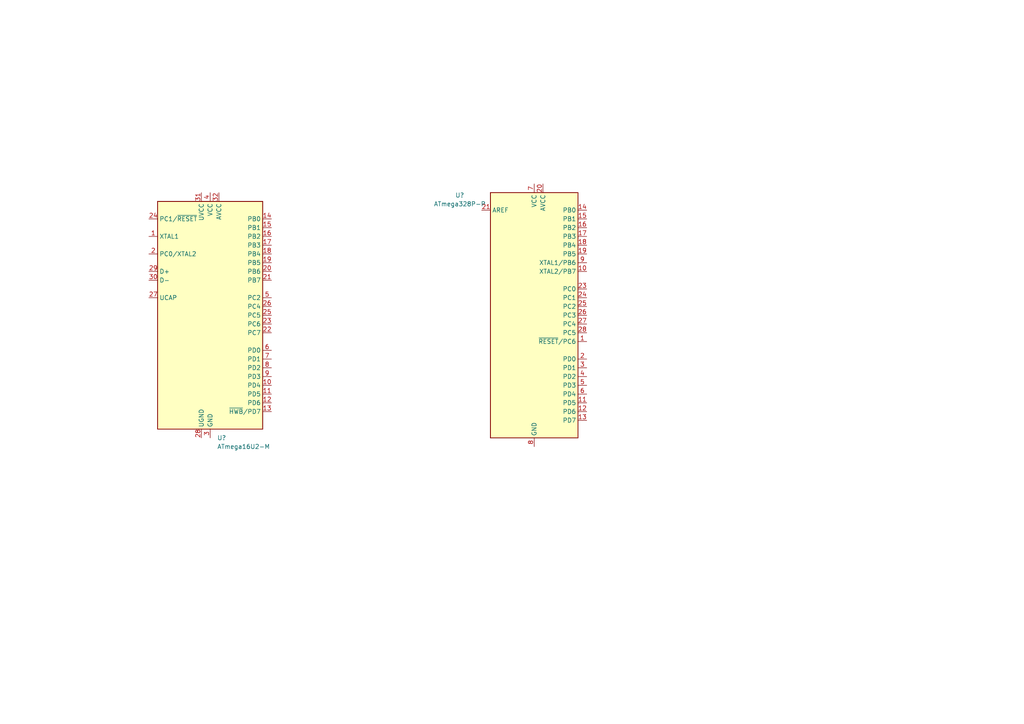
<source format=kicad_sch>
(kicad_sch (version 20211123) (generator eeschema)
  (paper "A4")
  (title_block (title "Arduino uno rev 3 clone") (date "2022-05-21") (rev "Rev 1") (company "Amrith ") (comment 1 "Arduino uno clone "))
  (lib_symbols
    (symbol "MCU_Microchip_ATmega:ATmega16U2-M"
      (property "Reference" "U" (at -15.24 34.29 0))
      (property "Value" "ATmega16U2-M" (at 2.54 -34.29 0))
      (symbol "ATmega16U2-M_0_1"
        (rectangle (start -15.24 -33.02) (end 15.24 33.02) (stroke (width 0.254)) (fill (type background)))
      )
      (symbol "ATmega16U2-M_1_1"
        (pin input line (at -17.78 22.86 0) (length 2.54) (name "XTAL1") (number "1"))
        (pin bidirectional line (at 17.78 -20.32 180) (length 2.54) (name "PD4") (number "10"))
        (pin bidirectional line (at 17.78 -22.86 180) (length 2.54) (name "PD5") (number "11"))
        (pin bidirectional line (at 17.78 -25.4 180) (length 2.54) (name "PD6") (number "12"))
        (pin bidirectional line (at 17.78 -27.94 180) (length 2.54) (name "~{HWB}/PD7") (number "13"))
        (pin bidirectional line (at 17.78 27.94 180) (length 2.54) (name "PB0") (number "14"))
        (pin bidirectional line (at 17.78 25.4 180) (length 2.54) (name "PB1") (number "15"))
        (pin bidirectional line (at 17.78 22.86 180) (length 2.54) (name "PB2") (number "16"))
        (pin bidirectional line (at 17.78 20.32 180) (length 2.54) (name "PB3") (number "17"))
        (pin bidirectional line (at 17.78 17.78 180) (length 2.54) (name "PB4") (number "18"))
        (pin bidirectional line (at 17.78 15.24 180) (length 2.54) (name "PB5") (number "19"))
        (pin bidirectional line (at -17.78 17.78 0) (length 2.54) (name "PC0/XTAL2") (number "2"))
        (pin bidirectional line (at 17.78 12.7 180) (length 2.54) (name "PB6") (number "20"))
        (pin bidirectional line (at 17.78 10.16 180) (length 2.54) (name "PB7") (number "21"))
        (pin bidirectional line (at 17.78 -5.08 180) (length 2.54) (name "PC7") (number "22"))
        (pin bidirectional line (at 17.78 -2.54 180) (length 2.54) (name "PC6") (number "23"))
        (pin bidirectional line (at -17.78 27.94 0) (length 2.54) (name "PC1/~{RESET}") (number "24"))
        (pin bidirectional line (at 17.78 0 180) (length 2.54) (name "PC5") (number "25"))
        (pin bidirectional line (at 17.78 2.54 180) (length 2.54) (name "PC4") (number "26"))
        (pin passive line (at -17.78 5.08 0) (length 2.54) (name "UCAP") (number "27"))
        (pin power_in line (at -2.54 -35.56 90) (length 2.54) (name "UGND") (number "28"))
        (pin bidirectional line (at -17.78 12.7 0) (length 2.54) (name "D+") (number "29"))
        (pin power_in line (at 0 -35.56 90) (length 2.54) (name "GND") (number "3"))
        (pin bidirectional line (at -17.78 10.16 0) (length 2.54) (name "D-") (number "30"))
        (pin power_in line (at -2.54 35.56 270) (length 2.54) (name "UVCC") (number "31"))
        (pin power_in line (at 2.54 35.56 270) (length 2.54) (name "AVCC") (number "32"))
        (pin passive line (at 0 -35.56 90) (length 2.54) hide (name "GND") (number "33"))
        (pin power_in line (at 0 35.56 270) (length 2.54) (name "VCC") (number "4"))
        (pin bidirectional line (at 17.78 5.08 180) (length 2.54) (name "PC2") (number "5"))
        (pin bidirectional line (at 17.78 -10.16 180) (length 2.54) (name "PD0") (number "6"))
        (pin bidirectional line (at 17.78 -12.7 180) (length 2.54) (name "PD1") (number "7"))
        (pin bidirectional line (at 17.78 -15.24 180) (length 2.54) (name "PD2") (number "8"))
        (pin bidirectional line (at 17.78 -17.78 180) (length 2.54) (name "PD3") (number "9"))
      )
    )
    (symbol "MCU_Microchip_ATmega:ATmega328P-P"
      (property "Reference" "U" (at -12.7 36.83 0))
      (property "Value" "ATmega328P-P" (at 2.54 -36.83 0))
      (symbol "ATmega328P-P_0_1"
        (rectangle (start -12.7 -35.56) (end 12.7 35.56) (stroke (width 0.254)) (fill (type background)))
      )
      (symbol "ATmega328P-P_1_1"
        (pin bidirectional line (at 15.24 -7.62 180) (length 2.54) (name "~{RESET}/PC6") (number "1"))
        (pin bidirectional line (at 15.24 12.7 180) (length 2.54) (name "XTAL2/PB7") (number "10"))
        (pin bidirectional line (at 15.24 -25.4 180) (length 2.54) (name "PD5") (number "11"))
        (pin bidirectional line (at 15.24 -27.94 180) (length 2.54) (name "PD6") (number "12"))
        (pin bidirectional line (at 15.24 -30.48 180) (length 2.54) (name "PD7") (number "13"))
        (pin bidirectional line (at 15.24 30.48 180) (length 2.54) (name "PB0") (number "14"))
        (pin bidirectional line (at 15.24 27.94 180) (length 2.54) (name "PB1") (number "15"))
        (pin bidirectional line (at 15.24 25.4 180) (length 2.54) (name "PB2") (number "16"))
        (pin bidirectional line (at 15.24 22.86 180) (length 2.54) (name "PB3") (number "17"))
        (pin bidirectional line (at 15.24 20.32 180) (length 2.54) (name "PB4") (number "18"))
        (pin bidirectional line (at 15.24 17.78 180) (length 2.54) (name "PB5") (number "19"))
        (pin bidirectional line (at 15.24 -12.7 180) (length 2.54) (name "PD0") (number "2"))
        (pin power_in line (at 2.54 38.1 270) (length 2.54) (name "AVCC") (number "20"))
        (pin passive line (at -15.24 30.48 0) (length 2.54) (name "AREF") (number "21"))
        (pin passive line (at 0 -38.1 90) (length 2.54) hide (name "GND") (number "22"))
        (pin bidirectional line (at 15.24 7.62 180) (length 2.54) (name "PC0") (number "23"))
        (pin bidirectional line (at 15.24 5.08 180) (length 2.54) (name "PC1") (number "24"))
        (pin bidirectional line (at 15.24 2.54 180) (length 2.54) (name "PC2") (number "25"))
        (pin bidirectional line (at 15.24 0 180) (length 2.54) (name "PC3") (number "26"))
        (pin bidirectional line (at 15.24 -2.54 180) (length 2.54) (name "PC4") (number "27"))
        (pin bidirectional line (at 15.24 -5.08 180) (length 2.54) (name "PC5") (number "28"))
        (pin bidirectional line (at 15.24 -15.24 180) (length 2.54) (name "PD1") (number "3"))
        (pin bidirectional line (at 15.24 -17.78 180) (length 2.54) (name "PD2") (number "4"))
        (pin bidirectional line (at 15.24 -20.32 180) (length 2.54) (name "PD3") (number "5"))
        (pin bidirectional line (at 15.24 -22.86 180) (length 2.54) (name "PD4") (number "6"))
        (pin power_in line (at 0 38.1 270) (length 2.54) (name "VCC") (number "7"))
        (pin power_in line (at 0 -38.1 90) (length 2.54) (name "GND") (number "8"))
        (pin bidirectional line (at 15.24 15.24 180) (length 2.54) (name "XTAL1/PB6") (number "9"))
      )
    )
  )
  (symbol (lib_id "MCU_Microchip_ATmega:ATmega328P-P") (at 154.94 91.44 0) (unit 1)
    (property "Reference" "U?" (at 133.35 56.6293 0))
    (property "Value" "ATmega328P-P" (at 133.35 59.1693 0))
    (property "Footprint" "Package_DIP:DIP-28_W7.62mm" (effects hide))
    (property "Datasheet" "http://ww1.microchip.com/downloads/en/DeviceDoc/ATmega328_P%20AVR%20MCU%20with%20picoPower%20Technology%20Data%20Sheet%2040001984A.pdf" (effects hide))
  )
  (symbol (lib_id "MCU_Microchip_ATmega:ATmega16U2-M") (at 60.96 91.44 0) (unit 1)
    (property "Reference" "U?" (at 62.9794 127 0) (effects (justify left)))
    (property "Value" "ATmega16U2-M" (at 62.9794 129.54 0) (effects (justify left)))
    (property "Footprint" "Package_DFN_QFN:QFN-32-1EP_5x5mm_P0.5mm_EP3.1x3.1mm" (effects hide))
    (property "Datasheet" "http://ww1.microchip.com/downloads/en/DeviceDoc/doc7799.pdf" (effects hide))
  )
)
</source>
